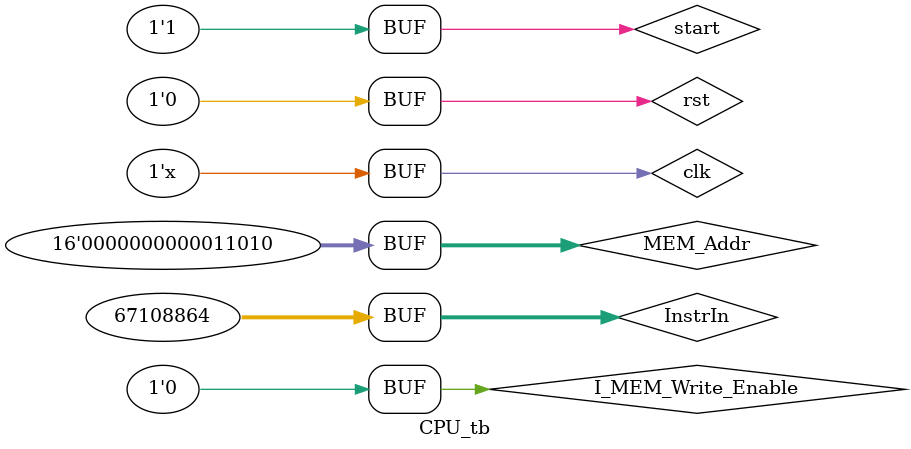
<source format=v>
`timescale 1ns / 1ns


//////////////////////////////////////////////////////////////////////////////////////////////////////////////////////////
// For Milestone 2, just copy the InstrIn into your own testbench and perform simulation is enough
//////////////////////////////////////////////////////////////////////////////////////////////////////////////////////////


module CPU_tb;

	// Inputs
	reg clk;
	reg rst;
	reg [31:0] InstrIn;
	reg start;
	reg I_MEM_Write_Enable;
	reg [15:0] MEM_Addr;

	// Outputs
	wire [31:0] ALUOut;
	wire [31:0] PC_out;

	// Instantiate the Unit Under Test (UUT)
	CPU uut (
		.clk(clk),
		.rst(rst),
		.start(start),
		.I_MEM_Write_Enable(I_MEM_Write_Enable),
		.I_MEM_Data_In(InstrIn),
		.I_MEM_Write_Addr(MEM_Addr),
		.ALUOut(ALUOut),
		.PC_out(PC_out)
	);

	always #5 clk = ~clk;

	initial begin
		// Initialize Inputs
		clk = 1;
		rst = 1;
		InstrIn = 0;
		I_MEM_Write_Enable = 0;
		start = 0;

		// Wait 50 ns for global reset to finish
		#50 rst = 0;
		
		// Start to load instructions into instruction memory, one instruction is issued per clock cycle
		#50 I_MEM_Write_Enable = 1;
		
		InstrIn = 32'b000000_00000_00000_0000000000000000;		// NOOP
		MEM_Addr = 16'd0;
		
		#10
		InstrIn = 32'b110010_00001_00001_0000000000000101;		// I, addi r1 with 00000005 		=> r1 = 00000005
		MEM_Addr = 16'd1;
		
		#10
		InstrIn = 32'b110010_00010_00010_0000000000001010;		// I, addi r2 with 0000000A 		=> r2 = 0000000A
		MEM_Addr = 16'd2;
		
		#10
		InstrIn = 32'b110010_00011_00011_1111111111111000;		// I, addi r3 with 0000FFF8 		=> r3 = FFFFFFF8
		MEM_Addr = 16'd3;
		
		#10
		InstrIn = 32'b110011_00100_00100_0000000000000001;		// I, subi r4 with 00000001 		=> r4 = FFFFFFFF
		MEM_Addr = 16'd4;
				
		#10
		InstrIn = 32'b110100_00101_00101_1010101010101010;		// I, ori r5 with 0000AAAA  		=> r5 = 00000AAAA
		MEM_Addr = 16'd5;
				
		#10
		InstrIn = 32'b110101_00110_00110_1111111111111111;		// I, andi r6 with 0000FFFF 		=> r6 = 00000000
		MEM_Addr = 16'd6;
				
		#10
		InstrIn = 32'b010000_00111_00001_0000000000000000;		// R, mov r1 to r7					=> r7 = 00000005
		MEM_Addr = 16'd7;
				
		#10
		InstrIn = 32'b010000_01000_00010_0000000000000000;		// R, mov r2 to r8					=> r8 = 0000000A
		MEM_Addr = 16'd8;
				
		#10
		InstrIn = 32'b010000_01001_00000_0000000000000000;		// R, mov r0 to r9					=> r9 = 000000000
		MEM_Addr = 16'd9;
				 
		#10
		InstrIn = 32'b010010_01010_00111_01000_00000000000;		// R, r10 = r7 + r8					=> r10 = 0000000F
		MEM_Addr = 16'd10;
				
		#10
		InstrIn = 32'b010011_01011_00111_01000_00000000000;		// R, r11 = r7 - r8					=> r11 = FFFFFFFB
		MEM_Addr = 16'd11;
		      
		#10
		InstrIn = 32'b010100_01100_00111_01001_00000000000;		// R, r12 = r7 or r9				=> r12 = 00000005
		MEM_Addr = 16'd12;
		
		#10
		InstrIn = 32'b010101_01101_01000_00100_00000000000;		// R, r13 = r8 and r4				=> r13 = 0000000A
		MEM_Addr = 16'd13;
				
		#10
		InstrIn = 32'b100000_01100_01101_1111111111110010;		// BEQ, Jump to 0 when r12 = r13
		MEM_Addr = 16'd14;
				
		#10
		InstrIn = 32'b100000_01000_01101_0000000000000001;		// BEQ, Jump to 17 when r8 = r13
		MEM_Addr = 16'd15;
				
		#10
		InstrIn = 32'b010000_01101_00000_0000000000010000;		// R, mov r0 to r13				 	=> r13 = 00000000
		MEM_Addr = 16'd16;
				
		#10
		InstrIn = 32'b111100_01101_00000_0000000000001000;		// SWI r13 to MEM address 0x08
		MEM_Addr = 16'd17;
				
		#10
		InstrIn = 32'b111011_01110_00000_0000000000001000;		// LWI r14 from MEM address 0x08   	=> r14 = 0000000A
		MEM_Addr = 16'd18;
		
		#10
		InstrIn = 32'b100001_01101_01110_0000000000000001;		// BNE, Jump to 21 when r13 != r14
		MEM_Addr = 16'd19;
				
		#10
		InstrIn = 32'b111001_01111_00000_0000000000001000;		// LI r15 from immediate 8			=> r15 = 00000008
		MEM_Addr = 16'd20;
		
		#10
		InstrIn = 32'b100001_01100_01110_0000000000000001;		// BNE, Jump to 23 when r12 != r14
		MEM_Addr = 16'd21;
		
		#10
		InstrIn = 32'b111001_01111_00000_0000000000001011;		// LI r15 from immediate B			=> r15 = 0000000B
		MEM_Addr = 16'd22;
		
		#10
		InstrIn = 32'b010111_10000_01111_01110_00000000000;		// SLT, r16 = (r15 < r14)			=> r16 = 00000001
		MEM_Addr = 16'd23;
		
		#10
		InstrIn = 32'b110111_10001_01111_1111111111111111;		// SLTI, r17 = (r15 < -1)			=> r17 = 00000000
		MEM_Addr = 16'd24;
		
		#10
		InstrIn = 32'b110111_10010_01111_0000000000001001;		// SLTI, r18 = (r15 < 9)			=> r18 = 00000001
		MEM_Addr = 16'd25;
		
		#10
		InstrIn = 32'b000001_00000_00000_0000000000000000;		// Jump to Instr 0
		MEM_Addr = 16'd26;
				
		// Stop loading instructions
		#10
		I_MEM_Write_Enable = 0;
		
		// Starting execution
		#10
		start = 1'b1;
		
	end
      
endmodule


</source>
